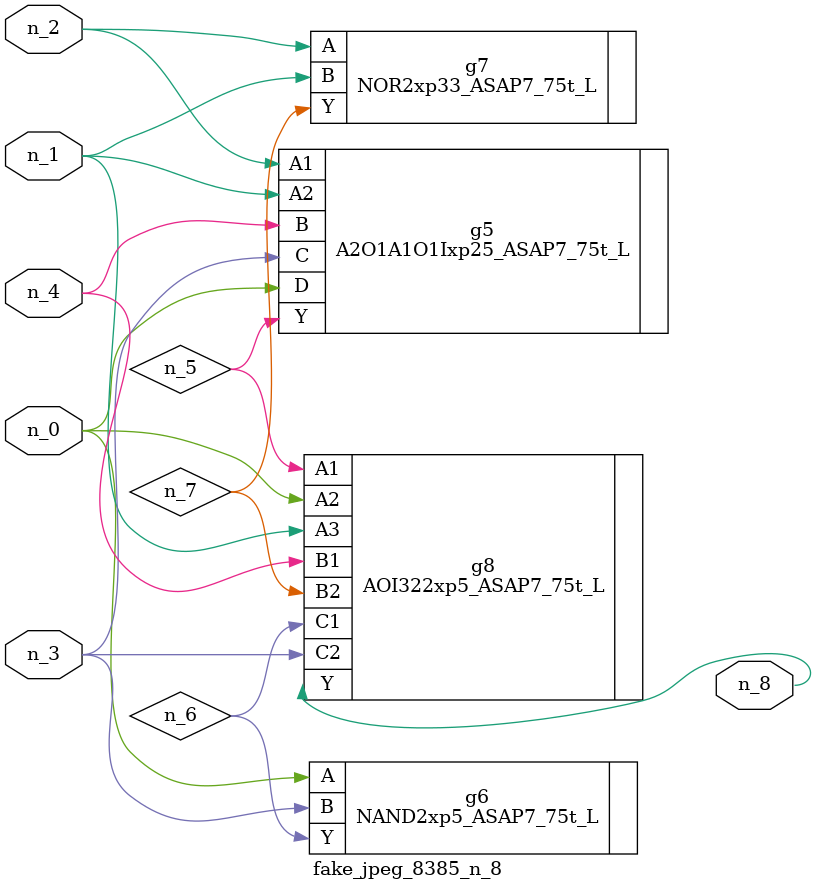
<source format=v>
module fake_jpeg_8385_n_8 (n_3, n_2, n_1, n_0, n_4, n_8);

input n_3;
input n_2;
input n_1;
input n_0;
input n_4;

output n_8;

wire n_6;
wire n_5;
wire n_7;

A2O1A1O1Ixp25_ASAP7_75t_L g5 ( 
.A1(n_2),
.A2(n_1),
.B(n_4),
.C(n_3),
.D(n_0),
.Y(n_5)
);

NAND2xp5_ASAP7_75t_L g6 ( 
.A(n_0),
.B(n_3),
.Y(n_6)
);

NOR2xp33_ASAP7_75t_L g7 ( 
.A(n_2),
.B(n_1),
.Y(n_7)
);

AOI322xp5_ASAP7_75t_L g8 ( 
.A1(n_5),
.A2(n_0),
.A3(n_1),
.B1(n_4),
.B2(n_7),
.C1(n_6),
.C2(n_3),
.Y(n_8)
);


endmodule
</source>
